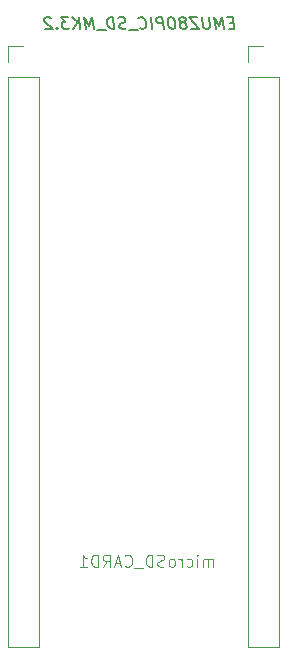
<source format=gbo>
%TF.GenerationSoftware,KiCad,Pcbnew,7.0.5*%
%TF.CreationDate,2023-10-28T22:09:15+09:00*%
%TF.ProjectId,EMUZ80PIC_SD_MK3.2,454d555a-3830-4504-9943-5f53445f4d4b,3.2*%
%TF.SameCoordinates,PX7aa1f66PY7f075e2*%
%TF.FileFunction,Legend,Bot*%
%TF.FilePolarity,Positive*%
%FSLAX46Y46*%
G04 Gerber Fmt 4.6, Leading zero omitted, Abs format (unit mm)*
G04 Created by KiCad (PCBNEW 7.0.5) date 2023-10-28 22:09:15*
%MOMM*%
%LPD*%
G01*
G04 APERTURE LIST*
%ADD10C,0.200000*%
%ADD11C,0.100000*%
%ADD12C,0.120000*%
G04 APERTURE END LIST*
D10*
X20120802Y54796591D02*
X19787469Y54796591D01*
X19710088Y54272781D02*
X20186279Y54272781D01*
X20186279Y54272781D02*
X20061279Y55272781D01*
X20061279Y55272781D02*
X19585088Y55272781D01*
X19281517Y54272781D02*
X19156517Y55272781D01*
X19156517Y55272781D02*
X18912469Y54558496D01*
X18912469Y54558496D02*
X18489850Y55272781D01*
X18489850Y55272781D02*
X18614850Y54272781D01*
X18013660Y55272781D02*
X18114850Y54463258D01*
X18114850Y54463258D02*
X18079136Y54368020D01*
X18079136Y54368020D02*
X18037469Y54320400D01*
X18037469Y54320400D02*
X17948183Y54272781D01*
X17948183Y54272781D02*
X17757707Y54272781D01*
X17757707Y54272781D02*
X17656517Y54320400D01*
X17656517Y54320400D02*
X17602945Y54368020D01*
X17602945Y54368020D02*
X17543422Y54463258D01*
X17543422Y54463258D02*
X17442231Y55272781D01*
X17061279Y55272781D02*
X16394612Y55272781D01*
X16394612Y55272781D02*
X17186279Y54272781D01*
X17186279Y54272781D02*
X16519612Y54272781D01*
X15924374Y54844210D02*
X16013660Y54891829D01*
X16013660Y54891829D02*
X16055326Y54939448D01*
X16055326Y54939448D02*
X16091041Y55034686D01*
X16091041Y55034686D02*
X16085088Y55082305D01*
X16085088Y55082305D02*
X16025564Y55177543D01*
X16025564Y55177543D02*
X15971993Y55225162D01*
X15971993Y55225162D02*
X15870803Y55272781D01*
X15870803Y55272781D02*
X15680326Y55272781D01*
X15680326Y55272781D02*
X15591041Y55225162D01*
X15591041Y55225162D02*
X15549374Y55177543D01*
X15549374Y55177543D02*
X15513660Y55082305D01*
X15513660Y55082305D02*
X15519612Y55034686D01*
X15519612Y55034686D02*
X15579136Y54939448D01*
X15579136Y54939448D02*
X15632707Y54891829D01*
X15632707Y54891829D02*
X15733898Y54844210D01*
X15733898Y54844210D02*
X15924374Y54844210D01*
X15924374Y54844210D02*
X16025564Y54796591D01*
X16025564Y54796591D02*
X16079136Y54748972D01*
X16079136Y54748972D02*
X16138660Y54653734D01*
X16138660Y54653734D02*
X16162469Y54463258D01*
X16162469Y54463258D02*
X16126755Y54368020D01*
X16126755Y54368020D02*
X16085088Y54320400D01*
X16085088Y54320400D02*
X15995803Y54272781D01*
X15995803Y54272781D02*
X15805326Y54272781D01*
X15805326Y54272781D02*
X15704136Y54320400D01*
X15704136Y54320400D02*
X15650564Y54368020D01*
X15650564Y54368020D02*
X15591041Y54463258D01*
X15591041Y54463258D02*
X15567231Y54653734D01*
X15567231Y54653734D02*
X15602945Y54748972D01*
X15602945Y54748972D02*
X15644612Y54796591D01*
X15644612Y54796591D02*
X15733898Y54844210D01*
X14870802Y55272781D02*
X14775564Y55272781D01*
X14775564Y55272781D02*
X14686279Y55225162D01*
X14686279Y55225162D02*
X14644612Y55177543D01*
X14644612Y55177543D02*
X14608898Y55082305D01*
X14608898Y55082305D02*
X14585088Y54891829D01*
X14585088Y54891829D02*
X14614850Y54653734D01*
X14614850Y54653734D02*
X14686279Y54463258D01*
X14686279Y54463258D02*
X14745802Y54368020D01*
X14745802Y54368020D02*
X14799374Y54320400D01*
X14799374Y54320400D02*
X14900564Y54272781D01*
X14900564Y54272781D02*
X14995802Y54272781D01*
X14995802Y54272781D02*
X15085088Y54320400D01*
X15085088Y54320400D02*
X15126755Y54368020D01*
X15126755Y54368020D02*
X15162469Y54463258D01*
X15162469Y54463258D02*
X15186279Y54653734D01*
X15186279Y54653734D02*
X15156517Y54891829D01*
X15156517Y54891829D02*
X15085088Y55082305D01*
X15085088Y55082305D02*
X15025564Y55177543D01*
X15025564Y55177543D02*
X14971993Y55225162D01*
X14971993Y55225162D02*
X14870802Y55272781D01*
X14233898Y54272781D02*
X14108898Y55272781D01*
X14108898Y55272781D02*
X13727945Y55272781D01*
X13727945Y55272781D02*
X13638660Y55225162D01*
X13638660Y55225162D02*
X13596993Y55177543D01*
X13596993Y55177543D02*
X13561279Y55082305D01*
X13561279Y55082305D02*
X13579136Y54939448D01*
X13579136Y54939448D02*
X13638660Y54844210D01*
X13638660Y54844210D02*
X13692231Y54796591D01*
X13692231Y54796591D02*
X13793421Y54748972D01*
X13793421Y54748972D02*
X14174374Y54748972D01*
X13233898Y54272781D02*
X13108898Y55272781D01*
X12174374Y54368020D02*
X12227946Y54320400D01*
X12227946Y54320400D02*
X12376755Y54272781D01*
X12376755Y54272781D02*
X12471993Y54272781D01*
X12471993Y54272781D02*
X12608898Y54320400D01*
X12608898Y54320400D02*
X12692231Y54415639D01*
X12692231Y54415639D02*
X12727946Y54510877D01*
X12727946Y54510877D02*
X12751755Y54701353D01*
X12751755Y54701353D02*
X12733898Y54844210D01*
X12733898Y54844210D02*
X12662470Y55034686D01*
X12662470Y55034686D02*
X12602946Y55129924D01*
X12602946Y55129924D02*
X12495803Y55225162D01*
X12495803Y55225162D02*
X12346993Y55272781D01*
X12346993Y55272781D02*
X12251755Y55272781D01*
X12251755Y55272781D02*
X12114851Y55225162D01*
X12114851Y55225162D02*
X12073184Y55177543D01*
X12007708Y54177543D02*
X11245803Y54177543D01*
X11037469Y54320400D02*
X10900565Y54272781D01*
X10900565Y54272781D02*
X10662469Y54272781D01*
X10662469Y54272781D02*
X10561279Y54320400D01*
X10561279Y54320400D02*
X10507707Y54368020D01*
X10507707Y54368020D02*
X10448184Y54463258D01*
X10448184Y54463258D02*
X10436279Y54558496D01*
X10436279Y54558496D02*
X10471993Y54653734D01*
X10471993Y54653734D02*
X10513660Y54701353D01*
X10513660Y54701353D02*
X10602946Y54748972D01*
X10602946Y54748972D02*
X10787469Y54796591D01*
X10787469Y54796591D02*
X10876755Y54844210D01*
X10876755Y54844210D02*
X10918422Y54891829D01*
X10918422Y54891829D02*
X10954136Y54987067D01*
X10954136Y54987067D02*
X10942231Y55082305D01*
X10942231Y55082305D02*
X10882707Y55177543D01*
X10882707Y55177543D02*
X10829136Y55225162D01*
X10829136Y55225162D02*
X10727946Y55272781D01*
X10727946Y55272781D02*
X10489850Y55272781D01*
X10489850Y55272781D02*
X10352946Y55225162D01*
X10043422Y54272781D02*
X9918422Y55272781D01*
X9918422Y55272781D02*
X9680326Y55272781D01*
X9680326Y55272781D02*
X9543422Y55225162D01*
X9543422Y55225162D02*
X9460088Y55129924D01*
X9460088Y55129924D02*
X9424374Y55034686D01*
X9424374Y55034686D02*
X9400565Y54844210D01*
X9400565Y54844210D02*
X9418422Y54701353D01*
X9418422Y54701353D02*
X9489850Y54510877D01*
X9489850Y54510877D02*
X9549374Y54415639D01*
X9549374Y54415639D02*
X9656517Y54320400D01*
X9656517Y54320400D02*
X9805326Y54272781D01*
X9805326Y54272781D02*
X10043422Y54272781D01*
X9293422Y54177543D02*
X8531517Y54177543D01*
X8281517Y54272781D02*
X8156517Y55272781D01*
X8156517Y55272781D02*
X7912469Y54558496D01*
X7912469Y54558496D02*
X7489850Y55272781D01*
X7489850Y55272781D02*
X7614850Y54272781D01*
X7138660Y54272781D02*
X7013660Y55272781D01*
X6567231Y54272781D02*
X6924374Y54844210D01*
X6442231Y55272781D02*
X7085088Y54701353D01*
X6108898Y55272781D02*
X5489850Y55272781D01*
X5489850Y55272781D02*
X5870803Y54891829D01*
X5870803Y54891829D02*
X5727945Y54891829D01*
X5727945Y54891829D02*
X5638660Y54844210D01*
X5638660Y54844210D02*
X5596993Y54796591D01*
X5596993Y54796591D02*
X5561279Y54701353D01*
X5561279Y54701353D02*
X5591041Y54463258D01*
X5591041Y54463258D02*
X5650564Y54368020D01*
X5650564Y54368020D02*
X5704136Y54320400D01*
X5704136Y54320400D02*
X5805326Y54272781D01*
X5805326Y54272781D02*
X6091041Y54272781D01*
X6091041Y54272781D02*
X6180326Y54320400D01*
X6180326Y54320400D02*
X6221993Y54368020D01*
X5174374Y54368020D02*
X5132707Y54320400D01*
X5132707Y54320400D02*
X5186279Y54272781D01*
X5186279Y54272781D02*
X5227945Y54320400D01*
X5227945Y54320400D02*
X5174374Y54368020D01*
X5174374Y54368020D02*
X5186279Y54272781D01*
X4644612Y55177543D02*
X4591041Y55225162D01*
X4591041Y55225162D02*
X4489851Y55272781D01*
X4489851Y55272781D02*
X4251755Y55272781D01*
X4251755Y55272781D02*
X4162470Y55225162D01*
X4162470Y55225162D02*
X4120803Y55177543D01*
X4120803Y55177543D02*
X4085089Y55082305D01*
X4085089Y55082305D02*
X4096993Y54987067D01*
X4096993Y54987067D02*
X4162470Y54844210D01*
X4162470Y54844210D02*
X4805327Y54272781D01*
X4805327Y54272781D02*
X4186279Y54272781D01*
D11*
X18399047Y8752581D02*
X18399047Y9419248D01*
X18399047Y9324010D02*
X18351428Y9371629D01*
X18351428Y9371629D02*
X18256190Y9419248D01*
X18256190Y9419248D02*
X18113333Y9419248D01*
X18113333Y9419248D02*
X18018095Y9371629D01*
X18018095Y9371629D02*
X17970476Y9276391D01*
X17970476Y9276391D02*
X17970476Y8752581D01*
X17970476Y9276391D02*
X17922857Y9371629D01*
X17922857Y9371629D02*
X17827619Y9419248D01*
X17827619Y9419248D02*
X17684762Y9419248D01*
X17684762Y9419248D02*
X17589523Y9371629D01*
X17589523Y9371629D02*
X17541904Y9276391D01*
X17541904Y9276391D02*
X17541904Y8752581D01*
X17065714Y8752581D02*
X17065714Y9419248D01*
X17065714Y9752581D02*
X17113333Y9704962D01*
X17113333Y9704962D02*
X17065714Y9657343D01*
X17065714Y9657343D02*
X17018095Y9704962D01*
X17018095Y9704962D02*
X17065714Y9752581D01*
X17065714Y9752581D02*
X17065714Y9657343D01*
X16160953Y8800200D02*
X16256191Y8752581D01*
X16256191Y8752581D02*
X16446667Y8752581D01*
X16446667Y8752581D02*
X16541905Y8800200D01*
X16541905Y8800200D02*
X16589524Y8847820D01*
X16589524Y8847820D02*
X16637143Y8943058D01*
X16637143Y8943058D02*
X16637143Y9228772D01*
X16637143Y9228772D02*
X16589524Y9324010D01*
X16589524Y9324010D02*
X16541905Y9371629D01*
X16541905Y9371629D02*
X16446667Y9419248D01*
X16446667Y9419248D02*
X16256191Y9419248D01*
X16256191Y9419248D02*
X16160953Y9371629D01*
X15732381Y8752581D02*
X15732381Y9419248D01*
X15732381Y9228772D02*
X15684762Y9324010D01*
X15684762Y9324010D02*
X15637143Y9371629D01*
X15637143Y9371629D02*
X15541905Y9419248D01*
X15541905Y9419248D02*
X15446667Y9419248D01*
X14970476Y8752581D02*
X15065714Y8800200D01*
X15065714Y8800200D02*
X15113333Y8847820D01*
X15113333Y8847820D02*
X15160952Y8943058D01*
X15160952Y8943058D02*
X15160952Y9228772D01*
X15160952Y9228772D02*
X15113333Y9324010D01*
X15113333Y9324010D02*
X15065714Y9371629D01*
X15065714Y9371629D02*
X14970476Y9419248D01*
X14970476Y9419248D02*
X14827619Y9419248D01*
X14827619Y9419248D02*
X14732381Y9371629D01*
X14732381Y9371629D02*
X14684762Y9324010D01*
X14684762Y9324010D02*
X14637143Y9228772D01*
X14637143Y9228772D02*
X14637143Y8943058D01*
X14637143Y8943058D02*
X14684762Y8847820D01*
X14684762Y8847820D02*
X14732381Y8800200D01*
X14732381Y8800200D02*
X14827619Y8752581D01*
X14827619Y8752581D02*
X14970476Y8752581D01*
X14256190Y8800200D02*
X14113333Y8752581D01*
X14113333Y8752581D02*
X13875238Y8752581D01*
X13875238Y8752581D02*
X13780000Y8800200D01*
X13780000Y8800200D02*
X13732381Y8847820D01*
X13732381Y8847820D02*
X13684762Y8943058D01*
X13684762Y8943058D02*
X13684762Y9038296D01*
X13684762Y9038296D02*
X13732381Y9133534D01*
X13732381Y9133534D02*
X13780000Y9181153D01*
X13780000Y9181153D02*
X13875238Y9228772D01*
X13875238Y9228772D02*
X14065714Y9276391D01*
X14065714Y9276391D02*
X14160952Y9324010D01*
X14160952Y9324010D02*
X14208571Y9371629D01*
X14208571Y9371629D02*
X14256190Y9466867D01*
X14256190Y9466867D02*
X14256190Y9562105D01*
X14256190Y9562105D02*
X14208571Y9657343D01*
X14208571Y9657343D02*
X14160952Y9704962D01*
X14160952Y9704962D02*
X14065714Y9752581D01*
X14065714Y9752581D02*
X13827619Y9752581D01*
X13827619Y9752581D02*
X13684762Y9704962D01*
X13256190Y8752581D02*
X13256190Y9752581D01*
X13256190Y9752581D02*
X13018095Y9752581D01*
X13018095Y9752581D02*
X12875238Y9704962D01*
X12875238Y9704962D02*
X12780000Y9609724D01*
X12780000Y9609724D02*
X12732381Y9514486D01*
X12732381Y9514486D02*
X12684762Y9324010D01*
X12684762Y9324010D02*
X12684762Y9181153D01*
X12684762Y9181153D02*
X12732381Y8990677D01*
X12732381Y8990677D02*
X12780000Y8895439D01*
X12780000Y8895439D02*
X12875238Y8800200D01*
X12875238Y8800200D02*
X13018095Y8752581D01*
X13018095Y8752581D02*
X13256190Y8752581D01*
X12494286Y8657343D02*
X11732381Y8657343D01*
X10922857Y8847820D02*
X10970476Y8800200D01*
X10970476Y8800200D02*
X11113333Y8752581D01*
X11113333Y8752581D02*
X11208571Y8752581D01*
X11208571Y8752581D02*
X11351428Y8800200D01*
X11351428Y8800200D02*
X11446666Y8895439D01*
X11446666Y8895439D02*
X11494285Y8990677D01*
X11494285Y8990677D02*
X11541904Y9181153D01*
X11541904Y9181153D02*
X11541904Y9324010D01*
X11541904Y9324010D02*
X11494285Y9514486D01*
X11494285Y9514486D02*
X11446666Y9609724D01*
X11446666Y9609724D02*
X11351428Y9704962D01*
X11351428Y9704962D02*
X11208571Y9752581D01*
X11208571Y9752581D02*
X11113333Y9752581D01*
X11113333Y9752581D02*
X10970476Y9704962D01*
X10970476Y9704962D02*
X10922857Y9657343D01*
X10541904Y9038296D02*
X10065714Y9038296D01*
X10637142Y8752581D02*
X10303809Y9752581D01*
X10303809Y9752581D02*
X9970476Y8752581D01*
X9065714Y8752581D02*
X9399047Y9228772D01*
X9637142Y8752581D02*
X9637142Y9752581D01*
X9637142Y9752581D02*
X9256190Y9752581D01*
X9256190Y9752581D02*
X9160952Y9704962D01*
X9160952Y9704962D02*
X9113333Y9657343D01*
X9113333Y9657343D02*
X9065714Y9562105D01*
X9065714Y9562105D02*
X9065714Y9419248D01*
X9065714Y9419248D02*
X9113333Y9324010D01*
X9113333Y9324010D02*
X9160952Y9276391D01*
X9160952Y9276391D02*
X9256190Y9228772D01*
X9256190Y9228772D02*
X9637142Y9228772D01*
X8637142Y8752581D02*
X8637142Y9752581D01*
X8637142Y9752581D02*
X8399047Y9752581D01*
X8399047Y9752581D02*
X8256190Y9704962D01*
X8256190Y9704962D02*
X8160952Y9609724D01*
X8160952Y9609724D02*
X8113333Y9514486D01*
X8113333Y9514486D02*
X8065714Y9324010D01*
X8065714Y9324010D02*
X8065714Y9181153D01*
X8065714Y9181153D02*
X8113333Y8990677D01*
X8113333Y8990677D02*
X8160952Y8895439D01*
X8160952Y8895439D02*
X8256190Y8800200D01*
X8256190Y8800200D02*
X8399047Y8752581D01*
X8399047Y8752581D02*
X8637142Y8752581D01*
X7113333Y8752581D02*
X7684761Y8752581D01*
X7399047Y8752581D02*
X7399047Y9752581D01*
X7399047Y9752581D02*
X7494285Y9609724D01*
X7494285Y9609724D02*
X7589523Y9514486D01*
X7589523Y9514486D02*
X7684761Y9466867D01*
D12*
X3650000Y1910000D02*
X990000Y1910000D01*
X3650000Y50230000D02*
X3650000Y1910000D01*
X3650000Y50230000D02*
X990000Y50230000D01*
X2320000Y52830000D02*
X990000Y52830000D01*
X990000Y50230000D02*
X990000Y1910000D01*
X990000Y52830000D02*
X990000Y51500000D01*
X23970000Y1910000D02*
X21310000Y1910000D01*
X23970000Y50230000D02*
X23970000Y1910000D01*
X23970000Y50230000D02*
X21310000Y50230000D01*
X22640000Y52830000D02*
X21310000Y52830000D01*
X21310000Y50230000D02*
X21310000Y1910000D01*
X21310000Y52830000D02*
X21310000Y51500000D01*
M02*

</source>
